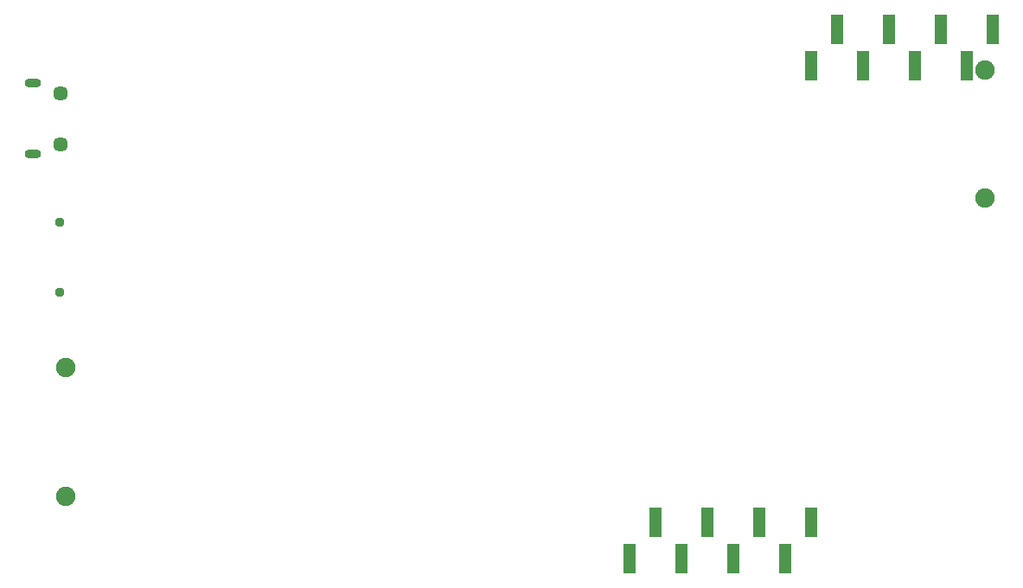
<source format=gbr>
G04 #@! TF.GenerationSoftware,KiCad,Pcbnew,(6.0.0-rc1-255-gd64ae52042)*
G04 #@! TF.CreationDate,2021-12-16T13:03:02+13:00*
G04 #@! TF.ProjectId,main_board,6d61696e-5f62-46f6-9172-642e6b696361,rev?*
G04 #@! TF.SameCoordinates,Original*
G04 #@! TF.FileFunction,Soldermask,Bot*
G04 #@! TF.FilePolarity,Negative*
%FSLAX46Y46*%
G04 Gerber Fmt 4.6, Leading zero omitted, Abs format (unit mm)*
G04 Created by KiCad (PCBNEW (6.0.0-rc1-255-gd64ae52042)) date 2021-12-16 13:03:02*
%MOMM*%
%LPD*%
G01*
G04 APERTURE LIST*
%ADD10C,1.900000*%
%ADD11C,0.950000*%
%ADD12C,1.450000*%
%ADD13O,1.600000X0.900000*%
%ADD14R,1.270000X2.960000*%
G04 APERTURE END LIST*
D10*
G04 #@! TO.C,J300*
X181912600Y-74729400D03*
X181912600Y-62129400D03*
G04 #@! TD*
G04 #@! TO.C,J400*
X91912600Y-91329400D03*
X91912600Y-103929400D03*
G04 #@! TD*
D11*
G04 #@! TO.C,J102*
X91272200Y-83884600D03*
X91272200Y-77084599D03*
G04 #@! TD*
D12*
G04 #@! TO.C,J100*
X91347200Y-69409600D03*
D13*
X88647200Y-63409600D03*
D12*
X91347200Y-64409600D03*
D13*
X88647200Y-70409601D03*
G04 #@! TD*
D14*
G04 #@! TO.C,J106*
X147081343Y-110025950D03*
X149621343Y-106425952D03*
X152161343Y-110025950D03*
X154701343Y-106425952D03*
X157241343Y-110025950D03*
X159781343Y-106425952D03*
X162321343Y-110025950D03*
X164861343Y-106425952D03*
G04 #@! TD*
G04 #@! TO.C,J105*
X164861343Y-61765950D03*
X167401343Y-58165952D03*
X169941343Y-61765950D03*
X172481343Y-58165952D03*
X175021343Y-61765950D03*
X177561343Y-58165952D03*
X180101343Y-61765950D03*
X182641343Y-58165952D03*
G04 #@! TD*
M02*

</source>
